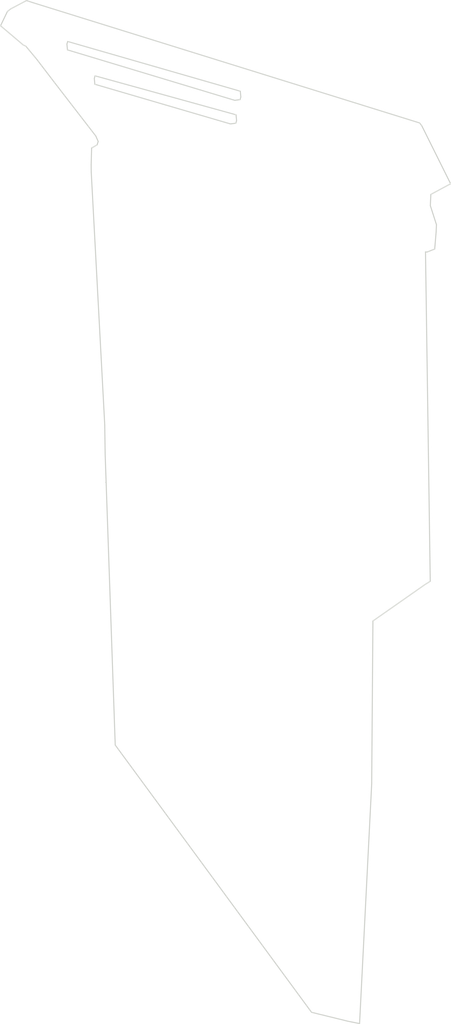
<source format=kicad_pcb>
(kicad_pcb (version 20221018) (generator pcbnew)
  (layers (0 "F.Cu" signal) (31 "B.Cu" signal) (34 "B.Paste" user) (35 "F.Paste" user) (36 "B.SilkS" user "B.Silkscreen") (37 "F.SilkS" user "F.Silkscreen") (38 "B.Mask" user) (39 "F.Mask" user) (44 "Edge.Cuts" user))
  (net 0 "")
  (footprint "LOGO" (layer "F.Cu") (at 143.173661 88.953435)
    (fp_text reference "G***" hide)
    (fp_text value "LOGO" hide)
  )
  (footprint "LOGO" (layer "F.Cu") (at 143.173661 88.953435)
    (fp_text reference "G***" hide)
    (fp_text value "LOGO" hide)
  )
  (footprint "LOGO" (layer "F.Cu") (at 143.173661 88.953435)
    (fp_text reference "G***" hide)
    (fp_text value "LOGO" hide)
  )
  (footprint "LOGO" (layer "F.Cu") (at 143.173661 88.953435)
    (fp_text reference "G***" hide)
    (fp_text value "LOGO" hide)
  )
  (footprint "LOGO" (layer "F.Cu") (at 143.173661 88.953435)
    (fp_text reference "G***" hide)
    (fp_text value "LOGO" hide)
  )
  (footprint "LOGO" (layer "F.Cu") (at 143.173661 88.953435)
    (fp_text reference "G***" hide)
    (fp_text value "LOGO" hide)
  )
  (footprint "LOGO" (layer "F.Cu") (at 143.173661 88.953435)
    (fp_text reference "G***" hide)
    (fp_text value "LOGO" hide)
  )
  (gr_line (start 162.062689 95.324943) (end 162.552018 95.017631) (stroke (width 0.1)) (layer "Edge.Cuts"))
  (gr_line (start 161.584302 53.462085) (end 126.416032 42.536359) (stroke (width 0.1)) (layer "Edge.Cuts"))
  (gr_line (start 144.411562 53.551641) (end 132.339795 50.023684) (stroke (width 0.1)) (layer "Edge.Cuts"))
  (gr_line (start 144.683851 52.658371) (end 144.92132 52.728881) (stroke (width 0.1)) (layer "Edge.Cuts"))
  (gr_line (start 151.778624 134.100855) (end 155.124633 134.919665) (stroke (width 0.1)) (layer "Edge.Cuts"))
  (gr_line (start 155.124633 134.919665) (end 156.135355 135.118915) (stroke (width 0.1)) (layer "Edge.Cuts"))
  (gr_line (start 125.899706 42.364923) (end 124.473594 43.116156) (stroke (width 0.1)) (layer "Edge.Cuts"))
  (gr_line (start 132.102326 49.953174) (end 132.053465 49.428894) (stroke (width 0.1)) (layer "Edge.Cuts"))
  (gr_line (start 144.897511 53.487839) (end 144.411562 53.551641) (stroke (width 0.1)) (layer "Edge.Cuts"))
  (gr_line (start 161.785112 53.721562) (end 161.584302 53.462085) (stroke (width 0.1)) (layer "Edge.Cuts"))
  (gr_line (start 132.053465 49.428894) (end 132.123975 49.191425) (stroke (width 0.1)) (layer "Edge.Cuts"))
  (gr_line (start 132.123975 49.191425) (end 144.683851 52.658371) (stroke (width 0.1)) (layer "Edge.Cuts"))
  (gr_line (start 125.597846 46.390449) (end 125.837376 46.503971) (stroke (width 0.1)) (layer "Edge.Cuts"))
  (gr_line (start 126.416032 42.536359) (end 125.899706 42.364923) (stroke (width 0.1)) (layer "Edge.Cuts"))
  (gr_line (start 129.852444 46.907606) (end 129.614976 46.837096) (stroke (width 0.1)) (layer "Edge.Cuts"))
  (gr_line (start 162.254626 65.17117) (end 162.956143 64.895937) (stroke (width 0.1)) (layer "Edge.Cuts"))
  (gr_line (start 133.037764 83.494807) (end 133.940959 109.535549) (stroke (width 0.1)) (layer "Edge.Cuts"))
  (gr_line (start 163.116813 62.688259) (end 162.56 60.96) (stroke (width 0.1)) (layer "Edge.Cuts"))
  (gr_line (start 124.163895 43.35583) (end 123.541286 44.649579) (stroke (width 0.1)) (layer "Edge.Cuts"))
  (gr_line (start 162.552018 95.017631) (end 162.120996 65.15414) (stroke (width 0.1)) (layer "Edge.Cuts"))
  (gr_line (start 145.356277 51.111939) (end 145.285767 51.349407) (stroke (width 0.1)) (layer "Edge.Cuts"))
  (gr_line (start 129.636625 46.075348) (end 145.069948 50.517149) (stroke (width 0.1)) (layer "Edge.Cuts"))
  (gr_line (start 144.797658 51.410418) (end 129.852444 46.907606) (stroke (width 0.1)) (layer "Edge.Cuts"))
  (gr_line (start 162.60671 59.942409) (end 164.402185 58.97671) (stroke (width 0.1)) (layer "Edge.Cuts"))
  (gr_line (start 133.094704 86.047095) (end 133.094704 86.047095) (stroke (width 0.1)) (layer "Edge.Cuts"))
  (gr_line (start 132.304672 55.448771) (end 131.810126 55.737817) (stroke (width 0.1)) (layer "Edge.Cuts"))
  (gr_line (start 162.120996 65.15414) (end 162.254626 65.17117) (stroke (width 0.1)) (layer "Edge.Cuts"))
  (gr_line (start 131.810126 55.737817) (end 131.766821 57.261328) (stroke (width 0.1)) (layer "Edge.Cuts"))
  (gr_line (start 157.347054 98.621897) (end 162.062689 95.324943) (stroke (width 0.1)) (layer "Edge.Cuts"))
  (gr_line (start 162.956143 64.895937) (end 163.084183 63.378201) (stroke (width 0.1)) (layer "Edge.Cuts"))
  (gr_line (start 129.566115 46.312817) (end 129.636625 46.075348) (stroke (width 0.1)) (layer "Edge.Cuts"))
  (gr_line (start 132.188102 54.646765) (end 132.406598 55.14238) (stroke (width 0.1)) (layer "Edge.Cuts"))
  (gr_line (start 128.401463 49.748027) (end 132.188102 54.646765) (stroke (width 0.1)) (layer "Edge.Cuts"))
  (gr_line (start 144.92132 52.728881) (end 144.970181 53.253161) (stroke (width 0.1)) (layer "Edge.Cuts"))
  (gr_line (start 132.999394 80.816628) (end 133.037764 83.494807) (stroke (width 0.1)) (layer "Edge.Cuts"))
  (gr_line (start 145.285767 51.349407) (end 144.797658 51.410418) (stroke (width 0.1)) (layer "Edge.Cuts"))
  (gr_line (start 157.235418 113.407573) (end 157.343554 99.182259) (stroke (width 0.1)) (layer "Edge.Cuts"))
  (gr_line (start 132.406598 55.14238) (end 132.304672 55.448771) (stroke (width 0.1)) (layer "Edge.Cuts"))
  (gr_line (start 157.343554 99.182259) (end 157.347054 98.621897) (stroke (width 0.1)) (layer "Edge.Cuts"))
  (gr_line (start 145.069948 50.517149) (end 145.307416 50.587659) (stroke (width 0.1)) (layer "Edge.Cuts"))
  (gr_line (start 132.339795 50.023684) (end 132.102326 49.953174) (stroke (width 0.1)) (layer "Edge.Cuts"))
  (gr_line (start 123.541286 44.649579) (end 125.597846 46.390449) (stroke (width 0.1)) (layer "Edge.Cuts"))
  (gr_line (start 145.307416 50.587659) (end 145.356277 51.111939) (stroke (width 0.1)) (layer "Edge.Cuts"))
  (gr_line (start 129.614976 46.837096) (end 129.566115 46.312817) (stroke (width 0.1)) (layer "Edge.Cuts"))
  (gr_line (start 124.473594 43.116156) (end 124.163895 43.35583) (stroke (width 0.1)) (layer "Edge.Cuts"))
  (gr_line (start 133.951609 109.866351) (end 151.533734 133.772885) (stroke (width 0.1)) (layer "Edge.Cuts"))
  (gr_line (start 163.084183 63.378201) (end 163.116813 62.688259) (stroke (width 0.1)) (layer "Edge.Cuts"))
  (gr_line (start 133.940959 109.535549) (end 133.951609 109.866351) (stroke (width 0.1)) (layer "Edge.Cuts"))
  (gr_line (start 131.773921 57.916092) (end 132.999394 80.816628) (stroke (width 0.1)) (layer "Edge.Cuts"))
  (gr_line (start 164.402185 58.97671) (end 161.785112 53.721562) (stroke (width 0.1)) (layer "Edge.Cuts"))
  (gr_line (start 162.56 60.96) (end 162.60671 59.942409) (stroke (width 0.1)) (layer "Edge.Cuts"))
  (gr_line (start 131.766821 57.261328) (end 131.773921 57.916092) (stroke (width 0.1)) (layer "Edge.Cuts"))
  (gr_line (start 144.970181 53.253161) (end 144.897511 53.487839) (stroke (width 0.1)) (layer "Edge.Cuts"))
  (gr_line (start 126.821278 47.683105) (end 128.401463 49.748027) (stroke (width 0.1)) (layer "Edge.Cuts"))
  (gr_line (start 125.837376 46.503971) (end 126.821278 47.683105) (stroke (width 0.1)) (layer "Edge.Cuts"))
  (gr_line (start 156.135355 135.118915) (end 157.235418 113.407573) (stroke (width 0.1)) (layer "Edge.Cuts"))
  (gr_line (start 151.533734 133.772885) (end 151.778624 134.100855) (stroke (width 0.1)) (layer "Edge.Cuts"))
)
</source>
